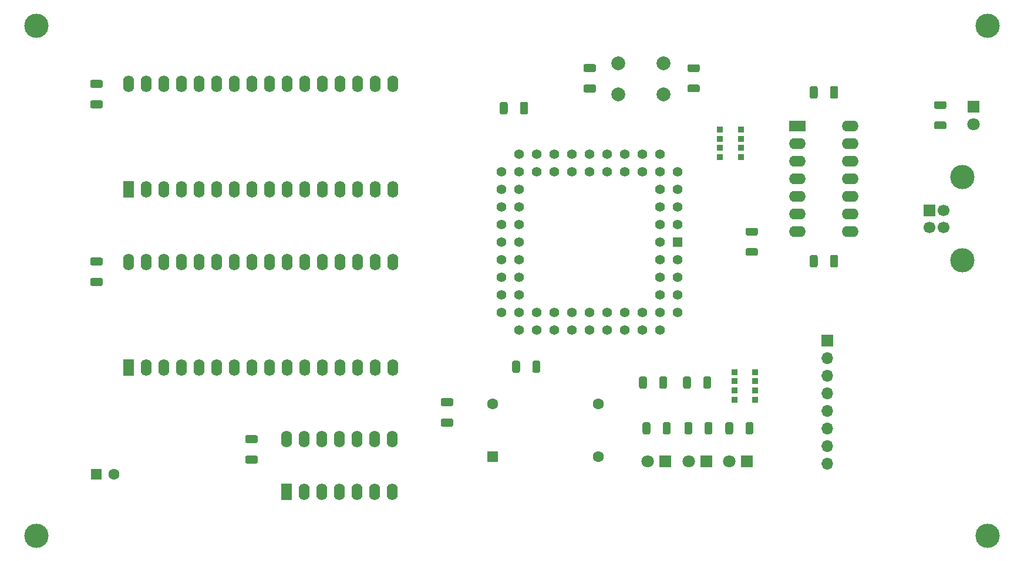
<source format=gts>
G04 #@! TF.GenerationSoftware,KiCad,Pcbnew,(5.1.10)-1*
G04 #@! TF.CreationDate,2023-11-24T10:19:20-06:00*
G04 #@! TF.ProjectId,z80vga,7a383076-6761-42e6-9b69-6361645f7063,rev?*
G04 #@! TF.SameCoordinates,Original*
G04 #@! TF.FileFunction,Soldermask,Top*
G04 #@! TF.FilePolarity,Negative*
%FSLAX46Y46*%
G04 Gerber Fmt 4.6, Leading zero omitted, Abs format (unit mm)*
G04 Created by KiCad (PCBNEW (5.1.10)-1) date 2023-11-24 10:19:20*
%MOMM*%
%LPD*%
G01*
G04 APERTURE LIST*
%ADD10C,1.600000*%
%ADD11R,1.600000X1.600000*%
%ADD12O,1.600000X2.400000*%
%ADD13R,1.600000X2.400000*%
%ADD14C,2.000000*%
%ADD15O,2.400000X1.600000*%
%ADD16R,2.400000X1.600000*%
%ADD17O,1.700000X1.700000*%
%ADD18R,1.700000X1.700000*%
%ADD19R,0.900000X0.900000*%
%ADD20C,3.500000*%
%ADD21C,1.700000*%
%ADD22C,1.422400*%
%ADD23R,1.422400X1.422400*%
%ADD24C,1.800000*%
%ADD25R,1.800000X1.800000*%
G04 APERTURE END LIST*
D10*
X78446000Y-119380000D03*
D11*
X75946000Y-119380000D03*
D12*
X103378000Y-114300000D03*
X118618000Y-121920000D03*
X105918000Y-114300000D03*
X116078000Y-121920000D03*
X108458000Y-114300000D03*
X113538000Y-121920000D03*
X110998000Y-114300000D03*
X110998000Y-121920000D03*
X113538000Y-114300000D03*
X108458000Y-121920000D03*
X116078000Y-114300000D03*
X105918000Y-121920000D03*
X118618000Y-114300000D03*
D13*
X103378000Y-121920000D03*
D14*
X157710000Y-60040000D03*
X157710000Y-64540000D03*
X151210000Y-60040000D03*
X151210000Y-64540000D03*
G36*
G01*
X161426999Y-63130000D02*
X162677001Y-63130000D01*
G75*
G02*
X162927000Y-63379999I0J-249999D01*
G01*
X162927000Y-64005001D01*
G75*
G02*
X162677001Y-64255000I-249999J0D01*
G01*
X161426999Y-64255000D01*
G75*
G02*
X161177000Y-64005001I0J249999D01*
G01*
X161177000Y-63379999D01*
G75*
G02*
X161426999Y-63130000I249999J0D01*
G01*
G37*
G36*
G01*
X161426999Y-60205000D02*
X162677001Y-60205000D01*
G75*
G02*
X162927000Y-60454999I0J-249999D01*
G01*
X162927000Y-61080001D01*
G75*
G02*
X162677001Y-61330000I-249999J0D01*
G01*
X161426999Y-61330000D01*
G75*
G02*
X161177000Y-61080001I0J249999D01*
G01*
X161177000Y-60454999D01*
G75*
G02*
X161426999Y-60205000I249999J0D01*
G01*
G37*
G36*
G01*
X146415999Y-63130000D02*
X147716001Y-63130000D01*
G75*
G02*
X147966000Y-63379999I0J-249999D01*
G01*
X147966000Y-64030001D01*
G75*
G02*
X147716001Y-64280000I-249999J0D01*
G01*
X146415999Y-64280000D01*
G75*
G02*
X146166000Y-64030001I0J249999D01*
G01*
X146166000Y-63379999D01*
G75*
G02*
X146415999Y-63130000I249999J0D01*
G01*
G37*
G36*
G01*
X146415999Y-60180000D02*
X147716001Y-60180000D01*
G75*
G02*
X147966000Y-60429999I0J-249999D01*
G01*
X147966000Y-61080001D01*
G75*
G02*
X147716001Y-61330000I-249999J0D01*
G01*
X146415999Y-61330000D01*
G75*
G02*
X146166000Y-61080001I0J249999D01*
G01*
X146166000Y-60429999D01*
G75*
G02*
X146415999Y-60180000I249999J0D01*
G01*
G37*
D15*
X184658000Y-69088000D03*
X177038000Y-84328000D03*
X184658000Y-71628000D03*
X177038000Y-81788000D03*
X184658000Y-74168000D03*
X177038000Y-79248000D03*
X184658000Y-76708000D03*
X177038000Y-76708000D03*
X184658000Y-79248000D03*
X177038000Y-74168000D03*
X184658000Y-81788000D03*
X177038000Y-71628000D03*
X184658000Y-84328000D03*
D16*
X177038000Y-69088000D03*
D17*
X181356000Y-117856000D03*
X181356000Y-115316000D03*
X181356000Y-112776000D03*
X181356000Y-110236000D03*
X181356000Y-107696000D03*
X181356000Y-105156000D03*
X181356000Y-102616000D03*
D18*
X181356000Y-100076000D03*
D12*
X80586000Y-88728000D03*
X118686000Y-103968000D03*
X83126000Y-88728000D03*
X116146000Y-103968000D03*
X85666000Y-88728000D03*
X113606000Y-103968000D03*
X88206000Y-88728000D03*
X111066000Y-103968000D03*
X90746000Y-88728000D03*
X108526000Y-103968000D03*
X93286000Y-88728000D03*
X105986000Y-103968000D03*
X95826000Y-88728000D03*
X103446000Y-103968000D03*
X98366000Y-88728000D03*
X100906000Y-103968000D03*
X100906000Y-88728000D03*
X98366000Y-103968000D03*
X103446000Y-88728000D03*
X95826000Y-103968000D03*
X105986000Y-88728000D03*
X93286000Y-103968000D03*
X108526000Y-88728000D03*
X90746000Y-103968000D03*
X111066000Y-88728000D03*
X88206000Y-103968000D03*
X113606000Y-88728000D03*
X85666000Y-103968000D03*
X116146000Y-88728000D03*
X83126000Y-103968000D03*
X118686000Y-88728000D03*
D13*
X80586000Y-103968000D03*
D10*
X148336000Y-116840000D03*
X148336000Y-109220000D03*
X133096000Y-109220000D03*
D11*
X133096000Y-116840000D03*
D12*
X80586000Y-62992000D03*
X118686000Y-78232000D03*
X83126000Y-62992000D03*
X116146000Y-78232000D03*
X85666000Y-62992000D03*
X113606000Y-78232000D03*
X88206000Y-62992000D03*
X111066000Y-78232000D03*
X90746000Y-62992000D03*
X108526000Y-78232000D03*
X93286000Y-62992000D03*
X105986000Y-78232000D03*
X95826000Y-62992000D03*
X103446000Y-78232000D03*
X98366000Y-62992000D03*
X100906000Y-78232000D03*
X100906000Y-62992000D03*
X98366000Y-78232000D03*
X103446000Y-62992000D03*
X95826000Y-78232000D03*
X105986000Y-62992000D03*
X93286000Y-78232000D03*
X108526000Y-62992000D03*
X90746000Y-78232000D03*
X111066000Y-62992000D03*
X88206000Y-78232000D03*
X113606000Y-62992000D03*
X85666000Y-78232000D03*
X116146000Y-62992000D03*
X83126000Y-78232000D03*
X118686000Y-62992000D03*
D13*
X80586000Y-78232000D03*
D19*
X170942000Y-107308000D03*
X170942000Y-108648000D03*
X170942000Y-104648000D03*
X170942000Y-105988000D03*
X167942000Y-107308000D03*
X167942000Y-105988000D03*
X167942000Y-108648000D03*
X167942000Y-104648000D03*
X165886000Y-70968000D03*
X165886000Y-69628000D03*
X165886000Y-73628000D03*
X165886000Y-72288000D03*
X168886000Y-70968000D03*
X168886000Y-72288000D03*
X168886000Y-69628000D03*
X168886000Y-73628000D03*
G36*
G01*
X169808999Y-86752000D02*
X171059001Y-86752000D01*
G75*
G02*
X171309000Y-87001999I0J-249999D01*
G01*
X171309000Y-87627001D01*
G75*
G02*
X171059001Y-87877000I-249999J0D01*
G01*
X169808999Y-87877000D01*
G75*
G02*
X169559000Y-87627001I0J249999D01*
G01*
X169559000Y-87001999D01*
G75*
G02*
X169808999Y-86752000I249999J0D01*
G01*
G37*
G36*
G01*
X169808999Y-83827000D02*
X171059001Y-83827000D01*
G75*
G02*
X171309000Y-84076999I0J-249999D01*
G01*
X171309000Y-84702001D01*
G75*
G02*
X171059001Y-84952000I-249999J0D01*
G01*
X169808999Y-84952000D01*
G75*
G02*
X169559000Y-84702001I0J249999D01*
G01*
X169559000Y-84076999D01*
G75*
G02*
X169808999Y-83827000I249999J0D01*
G01*
G37*
G36*
G01*
X138822000Y-104511001D02*
X138822000Y-103260999D01*
G75*
G02*
X139071999Y-103011000I249999J0D01*
G01*
X139697001Y-103011000D01*
G75*
G02*
X139947000Y-103260999I0J-249999D01*
G01*
X139947000Y-104511001D01*
G75*
G02*
X139697001Y-104761000I-249999J0D01*
G01*
X139071999Y-104761000D01*
G75*
G02*
X138822000Y-104511001I0J249999D01*
G01*
G37*
G36*
G01*
X135897000Y-104511001D02*
X135897000Y-103260999D01*
G75*
G02*
X136146999Y-103011000I249999J0D01*
G01*
X136772001Y-103011000D01*
G75*
G02*
X137022000Y-103260999I0J-249999D01*
G01*
X137022000Y-104511001D01*
G75*
G02*
X136772001Y-104761000I-249999J0D01*
G01*
X136146999Y-104761000D01*
G75*
G02*
X135897000Y-104511001I0J249999D01*
G01*
G37*
G36*
G01*
X161660000Y-105546999D02*
X161660000Y-106797001D01*
G75*
G02*
X161410001Y-107047000I-249999J0D01*
G01*
X160784999Y-107047000D01*
G75*
G02*
X160535000Y-106797001I0J249999D01*
G01*
X160535000Y-105546999D01*
G75*
G02*
X160784999Y-105297000I249999J0D01*
G01*
X161410001Y-105297000D01*
G75*
G02*
X161660000Y-105546999I0J-249999D01*
G01*
G37*
G36*
G01*
X164585000Y-105546999D02*
X164585000Y-106797001D01*
G75*
G02*
X164335001Y-107047000I-249999J0D01*
G01*
X163709999Y-107047000D01*
G75*
G02*
X163460000Y-106797001I0J249999D01*
G01*
X163460000Y-105546999D01*
G75*
G02*
X163709999Y-105297000I249999J0D01*
G01*
X164335001Y-105297000D01*
G75*
G02*
X164585000Y-105546999I0J-249999D01*
G01*
G37*
G36*
G01*
X155310000Y-105546999D02*
X155310000Y-106797001D01*
G75*
G02*
X155060001Y-107047000I-249999J0D01*
G01*
X154434999Y-107047000D01*
G75*
G02*
X154185000Y-106797001I0J249999D01*
G01*
X154185000Y-105546999D01*
G75*
G02*
X154434999Y-105297000I249999J0D01*
G01*
X155060001Y-105297000D01*
G75*
G02*
X155310000Y-105546999I0J-249999D01*
G01*
G37*
G36*
G01*
X158235000Y-105546999D02*
X158235000Y-106797001D01*
G75*
G02*
X157985001Y-107047000I-249999J0D01*
G01*
X157359999Y-107047000D01*
G75*
G02*
X157110000Y-106797001I0J249999D01*
G01*
X157110000Y-105546999D01*
G75*
G02*
X157359999Y-105297000I249999J0D01*
G01*
X157985001Y-105297000D01*
G75*
G02*
X158235000Y-105546999I0J-249999D01*
G01*
G37*
G36*
G01*
X155818000Y-112150999D02*
X155818000Y-113401001D01*
G75*
G02*
X155568001Y-113651000I-249999J0D01*
G01*
X154942999Y-113651000D01*
G75*
G02*
X154693000Y-113401001I0J249999D01*
G01*
X154693000Y-112150999D01*
G75*
G02*
X154942999Y-111901000I249999J0D01*
G01*
X155568001Y-111901000D01*
G75*
G02*
X155818000Y-112150999I0J-249999D01*
G01*
G37*
G36*
G01*
X158743000Y-112150999D02*
X158743000Y-113401001D01*
G75*
G02*
X158493001Y-113651000I-249999J0D01*
G01*
X157867999Y-113651000D01*
G75*
G02*
X157618000Y-113401001I0J249999D01*
G01*
X157618000Y-112150999D01*
G75*
G02*
X157867999Y-111901000I249999J0D01*
G01*
X158493001Y-111901000D01*
G75*
G02*
X158743000Y-112150999I0J-249999D01*
G01*
G37*
G36*
G01*
X196986999Y-68464000D02*
X198237001Y-68464000D01*
G75*
G02*
X198487000Y-68713999I0J-249999D01*
G01*
X198487000Y-69339001D01*
G75*
G02*
X198237001Y-69589000I-249999J0D01*
G01*
X196986999Y-69589000D01*
G75*
G02*
X196737000Y-69339001I0J249999D01*
G01*
X196737000Y-68713999D01*
G75*
G02*
X196986999Y-68464000I249999J0D01*
G01*
G37*
G36*
G01*
X196986999Y-65539000D02*
X198237001Y-65539000D01*
G75*
G02*
X198487000Y-65788999I0J-249999D01*
G01*
X198487000Y-66414001D01*
G75*
G02*
X198237001Y-66664000I-249999J0D01*
G01*
X196986999Y-66664000D01*
G75*
G02*
X196737000Y-66414001I0J249999D01*
G01*
X196737000Y-65788999D01*
G75*
G02*
X196986999Y-65539000I249999J0D01*
G01*
G37*
G36*
G01*
X161852000Y-112150999D02*
X161852000Y-113401001D01*
G75*
G02*
X161602001Y-113651000I-249999J0D01*
G01*
X160976999Y-113651000D01*
G75*
G02*
X160727000Y-113401001I0J249999D01*
G01*
X160727000Y-112150999D01*
G75*
G02*
X160976999Y-111901000I249999J0D01*
G01*
X161602001Y-111901000D01*
G75*
G02*
X161852000Y-112150999I0J-249999D01*
G01*
G37*
G36*
G01*
X164777000Y-112150999D02*
X164777000Y-113401001D01*
G75*
G02*
X164527001Y-113651000I-249999J0D01*
G01*
X163901999Y-113651000D01*
G75*
G02*
X163652000Y-113401001I0J249999D01*
G01*
X163652000Y-112150999D01*
G75*
G02*
X163901999Y-111901000I249999J0D01*
G01*
X164527001Y-111901000D01*
G75*
G02*
X164777000Y-112150999I0J-249999D01*
G01*
G37*
G36*
G01*
X169556000Y-113401001D02*
X169556000Y-112150999D01*
G75*
G02*
X169805999Y-111901000I249999J0D01*
G01*
X170431001Y-111901000D01*
G75*
G02*
X170681000Y-112150999I0J-249999D01*
G01*
X170681000Y-113401001D01*
G75*
G02*
X170431001Y-113651000I-249999J0D01*
G01*
X169805999Y-113651000D01*
G75*
G02*
X169556000Y-113401001I0J249999D01*
G01*
G37*
G36*
G01*
X166631000Y-113401001D02*
X166631000Y-112150999D01*
G75*
G02*
X166880999Y-111901000I249999J0D01*
G01*
X167506001Y-111901000D01*
G75*
G02*
X167756000Y-112150999I0J-249999D01*
G01*
X167756000Y-113401001D01*
G75*
G02*
X167506001Y-113651000I-249999J0D01*
G01*
X166880999Y-113651000D01*
G75*
G02*
X166631000Y-113401001I0J249999D01*
G01*
G37*
D20*
X200798000Y-88550000D03*
X200798000Y-76510000D03*
D21*
X198088000Y-81280000D03*
X198088000Y-83780000D03*
X196088000Y-83780000D03*
D18*
X196088000Y-81280000D03*
D22*
X157226000Y-98552000D03*
X154686000Y-98552000D03*
X152146000Y-98552000D03*
X149606000Y-98552000D03*
X147066000Y-98552000D03*
X144526000Y-98552000D03*
X141986000Y-98552000D03*
X139446000Y-98552000D03*
X159766000Y-96012000D03*
X154686000Y-96012000D03*
X152146000Y-96012000D03*
X149606000Y-96012000D03*
X147066000Y-96012000D03*
X144526000Y-96012000D03*
X141986000Y-96012000D03*
X139446000Y-96012000D03*
X136906000Y-96012000D03*
X134366000Y-96012000D03*
X134366000Y-93472000D03*
X134366000Y-90932000D03*
X134366000Y-88392000D03*
X134366000Y-85852000D03*
X134366000Y-83312000D03*
X134366000Y-80772000D03*
X134366000Y-78232000D03*
X134366000Y-75692000D03*
X136906000Y-98552000D03*
X136906000Y-93472000D03*
X136906000Y-90932000D03*
X136906000Y-88392000D03*
X136906000Y-85852000D03*
X136906000Y-83312000D03*
X136906000Y-80772000D03*
X136906000Y-78232000D03*
X136906000Y-75692000D03*
X136906000Y-73152000D03*
X139446000Y-73152000D03*
X141986000Y-73152000D03*
X144526000Y-73152000D03*
X147066000Y-73152000D03*
X149606000Y-73152000D03*
X152146000Y-73152000D03*
X154686000Y-73152000D03*
X157226000Y-73152000D03*
X139446000Y-75692000D03*
X141986000Y-75692000D03*
X144526000Y-75692000D03*
X147066000Y-75692000D03*
X149606000Y-75692000D03*
X152146000Y-75692000D03*
X154686000Y-75692000D03*
X157226000Y-75692000D03*
X159766000Y-93472000D03*
X159766000Y-90932000D03*
X159766000Y-88392000D03*
X159766000Y-75692000D03*
X159766000Y-78232000D03*
X159766000Y-80772000D03*
X159766000Y-83312000D03*
D23*
X159766000Y-85852000D03*
D22*
X157226000Y-96012000D03*
X157226000Y-93472000D03*
X157226000Y-90932000D03*
X157226000Y-88392000D03*
X157226000Y-78232000D03*
X157226000Y-80772000D03*
X157226000Y-83312000D03*
X157226000Y-85852000D03*
D20*
X204470000Y-128270000D03*
X204470000Y-54610000D03*
X67310000Y-54610000D03*
X67310000Y-128270000D03*
D24*
X155444000Y-117566000D03*
D25*
X157984000Y-117566000D03*
D24*
X202402000Y-68896000D03*
D25*
X202402000Y-66356000D03*
D24*
X161344000Y-117566000D03*
D25*
X163884000Y-117566000D03*
D24*
X167230000Y-117596000D03*
D25*
X169770000Y-117596000D03*
G36*
G01*
X75295999Y-65416000D02*
X76596001Y-65416000D01*
G75*
G02*
X76846000Y-65665999I0J-249999D01*
G01*
X76846000Y-66316001D01*
G75*
G02*
X76596001Y-66566000I-249999J0D01*
G01*
X75295999Y-66566000D01*
G75*
G02*
X75046000Y-66316001I0J249999D01*
G01*
X75046000Y-65665999D01*
G75*
G02*
X75295999Y-65416000I249999J0D01*
G01*
G37*
G36*
G01*
X75295999Y-62466000D02*
X76596001Y-62466000D01*
G75*
G02*
X76846000Y-62715999I0J-249999D01*
G01*
X76846000Y-63366001D01*
G75*
G02*
X76596001Y-63616000I-249999J0D01*
G01*
X75295999Y-63616000D01*
G75*
G02*
X75046000Y-63366001I0J249999D01*
G01*
X75046000Y-62715999D01*
G75*
G02*
X75295999Y-62466000I249999J0D01*
G01*
G37*
G36*
G01*
X75295999Y-91070000D02*
X76596001Y-91070000D01*
G75*
G02*
X76846000Y-91319999I0J-249999D01*
G01*
X76846000Y-91970001D01*
G75*
G02*
X76596001Y-92220000I-249999J0D01*
G01*
X75295999Y-92220000D01*
G75*
G02*
X75046000Y-91970001I0J249999D01*
G01*
X75046000Y-91319999D01*
G75*
G02*
X75295999Y-91070000I249999J0D01*
G01*
G37*
G36*
G01*
X75295999Y-88120000D02*
X76596001Y-88120000D01*
G75*
G02*
X76846000Y-88369999I0J-249999D01*
G01*
X76846000Y-89020001D01*
G75*
G02*
X76596001Y-89270000I-249999J0D01*
G01*
X75295999Y-89270000D01*
G75*
G02*
X75046000Y-89020001I0J249999D01*
G01*
X75046000Y-88369999D01*
G75*
G02*
X75295999Y-88120000I249999J0D01*
G01*
G37*
G36*
G01*
X179948000Y-87995999D02*
X179948000Y-89296001D01*
G75*
G02*
X179698001Y-89546000I-249999J0D01*
G01*
X179047999Y-89546000D01*
G75*
G02*
X178798000Y-89296001I0J249999D01*
G01*
X178798000Y-87995999D01*
G75*
G02*
X179047999Y-87746000I249999J0D01*
G01*
X179698001Y-87746000D01*
G75*
G02*
X179948000Y-87995999I0J-249999D01*
G01*
G37*
G36*
G01*
X182898000Y-87995999D02*
X182898000Y-89296001D01*
G75*
G02*
X182648001Y-89546000I-249999J0D01*
G01*
X181997999Y-89546000D01*
G75*
G02*
X181748000Y-89296001I0J249999D01*
G01*
X181748000Y-87995999D01*
G75*
G02*
X181997999Y-87746000I249999J0D01*
G01*
X182648001Y-87746000D01*
G75*
G02*
X182898000Y-87995999I0J-249999D01*
G01*
G37*
G36*
G01*
X181748000Y-64912001D02*
X181748000Y-63611999D01*
G75*
G02*
X181997999Y-63362000I249999J0D01*
G01*
X182648001Y-63362000D01*
G75*
G02*
X182898000Y-63611999I0J-249999D01*
G01*
X182898000Y-64912001D01*
G75*
G02*
X182648001Y-65162000I-249999J0D01*
G01*
X181997999Y-65162000D01*
G75*
G02*
X181748000Y-64912001I0J249999D01*
G01*
G37*
G36*
G01*
X178798000Y-64912001D02*
X178798000Y-63611999D01*
G75*
G02*
X179047999Y-63362000I249999J0D01*
G01*
X179698001Y-63362000D01*
G75*
G02*
X179948000Y-63611999I0J-249999D01*
G01*
X179948000Y-64912001D01*
G75*
G02*
X179698001Y-65162000I-249999J0D01*
G01*
X179047999Y-65162000D01*
G75*
G02*
X178798000Y-64912001I0J249999D01*
G01*
G37*
G36*
G01*
X125841999Y-111390000D02*
X127142001Y-111390000D01*
G75*
G02*
X127392000Y-111639999I0J-249999D01*
G01*
X127392000Y-112290001D01*
G75*
G02*
X127142001Y-112540000I-249999J0D01*
G01*
X125841999Y-112540000D01*
G75*
G02*
X125592000Y-112290001I0J249999D01*
G01*
X125592000Y-111639999D01*
G75*
G02*
X125841999Y-111390000I249999J0D01*
G01*
G37*
G36*
G01*
X125841999Y-108440000D02*
X127142001Y-108440000D01*
G75*
G02*
X127392000Y-108689999I0J-249999D01*
G01*
X127392000Y-109340001D01*
G75*
G02*
X127142001Y-109590000I-249999J0D01*
G01*
X125841999Y-109590000D01*
G75*
G02*
X125592000Y-109340001I0J249999D01*
G01*
X125592000Y-108689999D01*
G75*
G02*
X125841999Y-108440000I249999J0D01*
G01*
G37*
G36*
G01*
X97647999Y-116724000D02*
X98948001Y-116724000D01*
G75*
G02*
X99198000Y-116973999I0J-249999D01*
G01*
X99198000Y-117624001D01*
G75*
G02*
X98948001Y-117874000I-249999J0D01*
G01*
X97647999Y-117874000D01*
G75*
G02*
X97398000Y-117624001I0J249999D01*
G01*
X97398000Y-116973999D01*
G75*
G02*
X97647999Y-116724000I249999J0D01*
G01*
G37*
G36*
G01*
X97647999Y-113774000D02*
X98948001Y-113774000D01*
G75*
G02*
X99198000Y-114023999I0J-249999D01*
G01*
X99198000Y-114674001D01*
G75*
G02*
X98948001Y-114924000I-249999J0D01*
G01*
X97647999Y-114924000D01*
G75*
G02*
X97398000Y-114674001I0J249999D01*
G01*
X97398000Y-114023999D01*
G75*
G02*
X97647999Y-113774000I249999J0D01*
G01*
G37*
G36*
G01*
X137044000Y-67198001D02*
X137044000Y-65897999D01*
G75*
G02*
X137293999Y-65648000I249999J0D01*
G01*
X137944001Y-65648000D01*
G75*
G02*
X138194000Y-65897999I0J-249999D01*
G01*
X138194000Y-67198001D01*
G75*
G02*
X137944001Y-67448000I-249999J0D01*
G01*
X137293999Y-67448000D01*
G75*
G02*
X137044000Y-67198001I0J249999D01*
G01*
G37*
G36*
G01*
X134094000Y-67198001D02*
X134094000Y-65897999D01*
G75*
G02*
X134343999Y-65648000I249999J0D01*
G01*
X134994001Y-65648000D01*
G75*
G02*
X135244000Y-65897999I0J-249999D01*
G01*
X135244000Y-67198001D01*
G75*
G02*
X134994001Y-67448000I-249999J0D01*
G01*
X134343999Y-67448000D01*
G75*
G02*
X134094000Y-67198001I0J249999D01*
G01*
G37*
M02*

</source>
